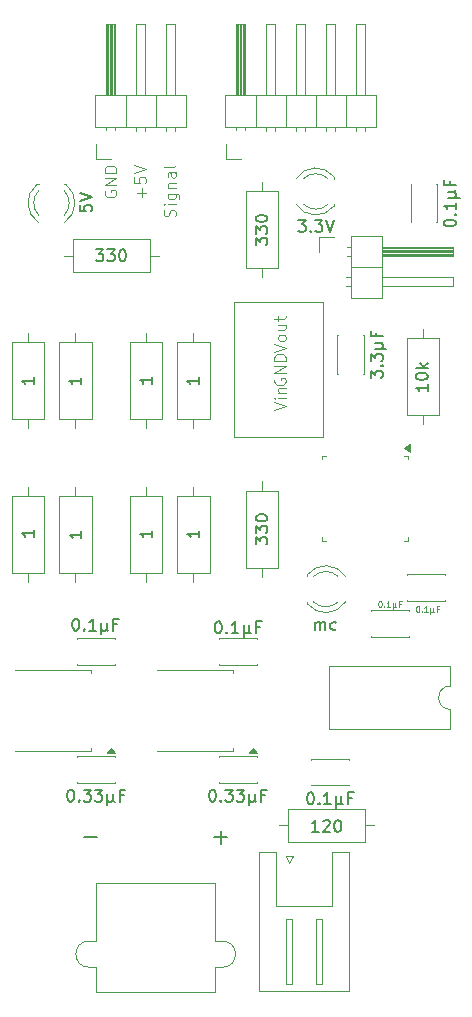
<source format=gbr>
%TF.GenerationSoftware,KiCad,Pcbnew,8.0.9-8.0.9-0~ubuntu24.04.1*%
%TF.CreationDate,2025-04-02T15:18:25+09:00*%
%TF.ProjectId,ServoDriver,53657276-6f44-4726-9976-65722e6b6963,rev?*%
%TF.SameCoordinates,Original*%
%TF.FileFunction,Legend,Top*%
%TF.FilePolarity,Positive*%
%FSLAX46Y46*%
G04 Gerber Fmt 4.6, Leading zero omitted, Abs format (unit mm)*
G04 Created by KiCad (PCBNEW 8.0.9-8.0.9-0~ubuntu24.04.1) date 2025-04-02 15:18:25*
%MOMM*%
%LPD*%
G01*
G04 APERTURE LIST*
%ADD10C,0.100000*%
%ADD11C,0.150000*%
%ADD12C,0.125000*%
%ADD13C,0.120000*%
G04 APERTURE END LIST*
D10*
X110434800Y-93153734D02*
X110482419Y-93010877D01*
X110482419Y-93010877D02*
X110482419Y-92772782D01*
X110482419Y-92772782D02*
X110434800Y-92677544D01*
X110434800Y-92677544D02*
X110387180Y-92629925D01*
X110387180Y-92629925D02*
X110291942Y-92582306D01*
X110291942Y-92582306D02*
X110196704Y-92582306D01*
X110196704Y-92582306D02*
X110101466Y-92629925D01*
X110101466Y-92629925D02*
X110053847Y-92677544D01*
X110053847Y-92677544D02*
X110006228Y-92772782D01*
X110006228Y-92772782D02*
X109958609Y-92963258D01*
X109958609Y-92963258D02*
X109910990Y-93058496D01*
X109910990Y-93058496D02*
X109863371Y-93106115D01*
X109863371Y-93106115D02*
X109768133Y-93153734D01*
X109768133Y-93153734D02*
X109672895Y-93153734D01*
X109672895Y-93153734D02*
X109577657Y-93106115D01*
X109577657Y-93106115D02*
X109530038Y-93058496D01*
X109530038Y-93058496D02*
X109482419Y-92963258D01*
X109482419Y-92963258D02*
X109482419Y-92725163D01*
X109482419Y-92725163D02*
X109530038Y-92582306D01*
X110482419Y-92153734D02*
X109815752Y-92153734D01*
X109482419Y-92153734D02*
X109530038Y-92201353D01*
X109530038Y-92201353D02*
X109577657Y-92153734D01*
X109577657Y-92153734D02*
X109530038Y-92106115D01*
X109530038Y-92106115D02*
X109482419Y-92153734D01*
X109482419Y-92153734D02*
X109577657Y-92153734D01*
X109815752Y-91248973D02*
X110625276Y-91248973D01*
X110625276Y-91248973D02*
X110720514Y-91296592D01*
X110720514Y-91296592D02*
X110768133Y-91344211D01*
X110768133Y-91344211D02*
X110815752Y-91439449D01*
X110815752Y-91439449D02*
X110815752Y-91582306D01*
X110815752Y-91582306D02*
X110768133Y-91677544D01*
X110434800Y-91248973D02*
X110482419Y-91344211D01*
X110482419Y-91344211D02*
X110482419Y-91534687D01*
X110482419Y-91534687D02*
X110434800Y-91629925D01*
X110434800Y-91629925D02*
X110387180Y-91677544D01*
X110387180Y-91677544D02*
X110291942Y-91725163D01*
X110291942Y-91725163D02*
X110006228Y-91725163D01*
X110006228Y-91725163D02*
X109910990Y-91677544D01*
X109910990Y-91677544D02*
X109863371Y-91629925D01*
X109863371Y-91629925D02*
X109815752Y-91534687D01*
X109815752Y-91534687D02*
X109815752Y-91344211D01*
X109815752Y-91344211D02*
X109863371Y-91248973D01*
X109815752Y-90772782D02*
X110482419Y-90772782D01*
X109910990Y-90772782D02*
X109863371Y-90725163D01*
X109863371Y-90725163D02*
X109815752Y-90629925D01*
X109815752Y-90629925D02*
X109815752Y-90487068D01*
X109815752Y-90487068D02*
X109863371Y-90391830D01*
X109863371Y-90391830D02*
X109958609Y-90344211D01*
X109958609Y-90344211D02*
X110482419Y-90344211D01*
X110482419Y-89439449D02*
X109958609Y-89439449D01*
X109958609Y-89439449D02*
X109863371Y-89487068D01*
X109863371Y-89487068D02*
X109815752Y-89582306D01*
X109815752Y-89582306D02*
X109815752Y-89772782D01*
X109815752Y-89772782D02*
X109863371Y-89868020D01*
X110434800Y-89439449D02*
X110482419Y-89534687D01*
X110482419Y-89534687D02*
X110482419Y-89772782D01*
X110482419Y-89772782D02*
X110434800Y-89868020D01*
X110434800Y-89868020D02*
X110339561Y-89915639D01*
X110339561Y-89915639D02*
X110244323Y-89915639D01*
X110244323Y-89915639D02*
X110149085Y-89868020D01*
X110149085Y-89868020D02*
X110101466Y-89772782D01*
X110101466Y-89772782D02*
X110101466Y-89534687D01*
X110101466Y-89534687D02*
X110053847Y-89439449D01*
X110482419Y-88820401D02*
X110434800Y-88915639D01*
X110434800Y-88915639D02*
X110339561Y-88963258D01*
X110339561Y-88963258D02*
X109482419Y-88963258D01*
X107601466Y-91556115D02*
X107601466Y-90794211D01*
X107982419Y-91175163D02*
X107220514Y-91175163D01*
X106982419Y-89841830D02*
X106982419Y-90318020D01*
X106982419Y-90318020D02*
X107458609Y-90365639D01*
X107458609Y-90365639D02*
X107410990Y-90318020D01*
X107410990Y-90318020D02*
X107363371Y-90222782D01*
X107363371Y-90222782D02*
X107363371Y-89984687D01*
X107363371Y-89984687D02*
X107410990Y-89889449D01*
X107410990Y-89889449D02*
X107458609Y-89841830D01*
X107458609Y-89841830D02*
X107553847Y-89794211D01*
X107553847Y-89794211D02*
X107791942Y-89794211D01*
X107791942Y-89794211D02*
X107887180Y-89841830D01*
X107887180Y-89841830D02*
X107934800Y-89889449D01*
X107934800Y-89889449D02*
X107982419Y-89984687D01*
X107982419Y-89984687D02*
X107982419Y-90222782D01*
X107982419Y-90222782D02*
X107934800Y-90318020D01*
X107934800Y-90318020D02*
X107887180Y-90365639D01*
X106982419Y-89508496D02*
X107982419Y-89175163D01*
X107982419Y-89175163D02*
X106982419Y-88841830D01*
X104520038Y-90982306D02*
X104472419Y-91077544D01*
X104472419Y-91077544D02*
X104472419Y-91220401D01*
X104472419Y-91220401D02*
X104520038Y-91363258D01*
X104520038Y-91363258D02*
X104615276Y-91458496D01*
X104615276Y-91458496D02*
X104710514Y-91506115D01*
X104710514Y-91506115D02*
X104900990Y-91553734D01*
X104900990Y-91553734D02*
X105043847Y-91553734D01*
X105043847Y-91553734D02*
X105234323Y-91506115D01*
X105234323Y-91506115D02*
X105329561Y-91458496D01*
X105329561Y-91458496D02*
X105424800Y-91363258D01*
X105424800Y-91363258D02*
X105472419Y-91220401D01*
X105472419Y-91220401D02*
X105472419Y-91125163D01*
X105472419Y-91125163D02*
X105424800Y-90982306D01*
X105424800Y-90982306D02*
X105377180Y-90934687D01*
X105377180Y-90934687D02*
X105043847Y-90934687D01*
X105043847Y-90934687D02*
X105043847Y-91125163D01*
X105472419Y-90506115D02*
X104472419Y-90506115D01*
X104472419Y-90506115D02*
X105472419Y-89934687D01*
X105472419Y-89934687D02*
X104472419Y-89934687D01*
X105472419Y-89458496D02*
X104472419Y-89458496D01*
X104472419Y-89458496D02*
X104472419Y-89220401D01*
X104472419Y-89220401D02*
X104520038Y-89077544D01*
X104520038Y-89077544D02*
X104615276Y-88982306D01*
X104615276Y-88982306D02*
X104710514Y-88934687D01*
X104710514Y-88934687D02*
X104900990Y-88887068D01*
X104900990Y-88887068D02*
X105043847Y-88887068D01*
X105043847Y-88887068D02*
X105234323Y-88934687D01*
X105234323Y-88934687D02*
X105329561Y-88982306D01*
X105329561Y-88982306D02*
X105424800Y-89077544D01*
X105424800Y-89077544D02*
X105472419Y-89220401D01*
X105472419Y-89220401D02*
X105472419Y-89458496D01*
D11*
X101985714Y-127224819D02*
X102080952Y-127224819D01*
X102080952Y-127224819D02*
X102176190Y-127272438D01*
X102176190Y-127272438D02*
X102223809Y-127320057D01*
X102223809Y-127320057D02*
X102271428Y-127415295D01*
X102271428Y-127415295D02*
X102319047Y-127605771D01*
X102319047Y-127605771D02*
X102319047Y-127843866D01*
X102319047Y-127843866D02*
X102271428Y-128034342D01*
X102271428Y-128034342D02*
X102223809Y-128129580D01*
X102223809Y-128129580D02*
X102176190Y-128177200D01*
X102176190Y-128177200D02*
X102080952Y-128224819D01*
X102080952Y-128224819D02*
X101985714Y-128224819D01*
X101985714Y-128224819D02*
X101890476Y-128177200D01*
X101890476Y-128177200D02*
X101842857Y-128129580D01*
X101842857Y-128129580D02*
X101795238Y-128034342D01*
X101795238Y-128034342D02*
X101747619Y-127843866D01*
X101747619Y-127843866D02*
X101747619Y-127605771D01*
X101747619Y-127605771D02*
X101795238Y-127415295D01*
X101795238Y-127415295D02*
X101842857Y-127320057D01*
X101842857Y-127320057D02*
X101890476Y-127272438D01*
X101890476Y-127272438D02*
X101985714Y-127224819D01*
X102747619Y-128129580D02*
X102795238Y-128177200D01*
X102795238Y-128177200D02*
X102747619Y-128224819D01*
X102747619Y-128224819D02*
X102700000Y-128177200D01*
X102700000Y-128177200D02*
X102747619Y-128129580D01*
X102747619Y-128129580D02*
X102747619Y-128224819D01*
X103747618Y-128224819D02*
X103176190Y-128224819D01*
X103461904Y-128224819D02*
X103461904Y-127224819D01*
X103461904Y-127224819D02*
X103366666Y-127367676D01*
X103366666Y-127367676D02*
X103271428Y-127462914D01*
X103271428Y-127462914D02*
X103176190Y-127510533D01*
X104176190Y-127558152D02*
X104176190Y-128558152D01*
X104652380Y-128081961D02*
X104699999Y-128177200D01*
X104699999Y-128177200D02*
X104795237Y-128224819D01*
X104176190Y-128081961D02*
X104223809Y-128177200D01*
X104223809Y-128177200D02*
X104319047Y-128224819D01*
X104319047Y-128224819D02*
X104509523Y-128224819D01*
X104509523Y-128224819D02*
X104604761Y-128177200D01*
X104604761Y-128177200D02*
X104652380Y-128081961D01*
X104652380Y-128081961D02*
X104652380Y-127558152D01*
X105557142Y-127701009D02*
X105223809Y-127701009D01*
X105223809Y-128224819D02*
X105223809Y-127224819D01*
X105223809Y-127224819D02*
X105699999Y-127224819D01*
X98484819Y-119724285D02*
X98484819Y-120295713D01*
X98484819Y-120009999D02*
X97484819Y-120009999D01*
X97484819Y-120009999D02*
X97627676Y-120105237D01*
X97627676Y-120105237D02*
X97722914Y-120200475D01*
X97722914Y-120200475D02*
X97770533Y-120295713D01*
X113559524Y-141704819D02*
X113654762Y-141704819D01*
X113654762Y-141704819D02*
X113750000Y-141752438D01*
X113750000Y-141752438D02*
X113797619Y-141800057D01*
X113797619Y-141800057D02*
X113845238Y-141895295D01*
X113845238Y-141895295D02*
X113892857Y-142085771D01*
X113892857Y-142085771D02*
X113892857Y-142323866D01*
X113892857Y-142323866D02*
X113845238Y-142514342D01*
X113845238Y-142514342D02*
X113797619Y-142609580D01*
X113797619Y-142609580D02*
X113750000Y-142657200D01*
X113750000Y-142657200D02*
X113654762Y-142704819D01*
X113654762Y-142704819D02*
X113559524Y-142704819D01*
X113559524Y-142704819D02*
X113464286Y-142657200D01*
X113464286Y-142657200D02*
X113416667Y-142609580D01*
X113416667Y-142609580D02*
X113369048Y-142514342D01*
X113369048Y-142514342D02*
X113321429Y-142323866D01*
X113321429Y-142323866D02*
X113321429Y-142085771D01*
X113321429Y-142085771D02*
X113369048Y-141895295D01*
X113369048Y-141895295D02*
X113416667Y-141800057D01*
X113416667Y-141800057D02*
X113464286Y-141752438D01*
X113464286Y-141752438D02*
X113559524Y-141704819D01*
X114321429Y-142609580D02*
X114369048Y-142657200D01*
X114369048Y-142657200D02*
X114321429Y-142704819D01*
X114321429Y-142704819D02*
X114273810Y-142657200D01*
X114273810Y-142657200D02*
X114321429Y-142609580D01*
X114321429Y-142609580D02*
X114321429Y-142704819D01*
X114702381Y-141704819D02*
X115321428Y-141704819D01*
X115321428Y-141704819D02*
X114988095Y-142085771D01*
X114988095Y-142085771D02*
X115130952Y-142085771D01*
X115130952Y-142085771D02*
X115226190Y-142133390D01*
X115226190Y-142133390D02*
X115273809Y-142181009D01*
X115273809Y-142181009D02*
X115321428Y-142276247D01*
X115321428Y-142276247D02*
X115321428Y-142514342D01*
X115321428Y-142514342D02*
X115273809Y-142609580D01*
X115273809Y-142609580D02*
X115226190Y-142657200D01*
X115226190Y-142657200D02*
X115130952Y-142704819D01*
X115130952Y-142704819D02*
X114845238Y-142704819D01*
X114845238Y-142704819D02*
X114750000Y-142657200D01*
X114750000Y-142657200D02*
X114702381Y-142609580D01*
X115654762Y-141704819D02*
X116273809Y-141704819D01*
X116273809Y-141704819D02*
X115940476Y-142085771D01*
X115940476Y-142085771D02*
X116083333Y-142085771D01*
X116083333Y-142085771D02*
X116178571Y-142133390D01*
X116178571Y-142133390D02*
X116226190Y-142181009D01*
X116226190Y-142181009D02*
X116273809Y-142276247D01*
X116273809Y-142276247D02*
X116273809Y-142514342D01*
X116273809Y-142514342D02*
X116226190Y-142609580D01*
X116226190Y-142609580D02*
X116178571Y-142657200D01*
X116178571Y-142657200D02*
X116083333Y-142704819D01*
X116083333Y-142704819D02*
X115797619Y-142704819D01*
X115797619Y-142704819D02*
X115702381Y-142657200D01*
X115702381Y-142657200D02*
X115654762Y-142609580D01*
X116702381Y-142038152D02*
X116702381Y-143038152D01*
X117178571Y-142561961D02*
X117226190Y-142657200D01*
X117226190Y-142657200D02*
X117321428Y-142704819D01*
X116702381Y-142561961D02*
X116750000Y-142657200D01*
X116750000Y-142657200D02*
X116845238Y-142704819D01*
X116845238Y-142704819D02*
X117035714Y-142704819D01*
X117035714Y-142704819D02*
X117130952Y-142657200D01*
X117130952Y-142657200D02*
X117178571Y-142561961D01*
X117178571Y-142561961D02*
X117178571Y-142038152D01*
X118083333Y-142181009D02*
X117750000Y-142181009D01*
X117750000Y-142704819D02*
X117750000Y-141704819D01*
X117750000Y-141704819D02*
X118226190Y-141704819D01*
X114045714Y-127454819D02*
X114140952Y-127454819D01*
X114140952Y-127454819D02*
X114236190Y-127502438D01*
X114236190Y-127502438D02*
X114283809Y-127550057D01*
X114283809Y-127550057D02*
X114331428Y-127645295D01*
X114331428Y-127645295D02*
X114379047Y-127835771D01*
X114379047Y-127835771D02*
X114379047Y-128073866D01*
X114379047Y-128073866D02*
X114331428Y-128264342D01*
X114331428Y-128264342D02*
X114283809Y-128359580D01*
X114283809Y-128359580D02*
X114236190Y-128407200D01*
X114236190Y-128407200D02*
X114140952Y-128454819D01*
X114140952Y-128454819D02*
X114045714Y-128454819D01*
X114045714Y-128454819D02*
X113950476Y-128407200D01*
X113950476Y-128407200D02*
X113902857Y-128359580D01*
X113902857Y-128359580D02*
X113855238Y-128264342D01*
X113855238Y-128264342D02*
X113807619Y-128073866D01*
X113807619Y-128073866D02*
X113807619Y-127835771D01*
X113807619Y-127835771D02*
X113855238Y-127645295D01*
X113855238Y-127645295D02*
X113902857Y-127550057D01*
X113902857Y-127550057D02*
X113950476Y-127502438D01*
X113950476Y-127502438D02*
X114045714Y-127454819D01*
X114807619Y-128359580D02*
X114855238Y-128407200D01*
X114855238Y-128407200D02*
X114807619Y-128454819D01*
X114807619Y-128454819D02*
X114760000Y-128407200D01*
X114760000Y-128407200D02*
X114807619Y-128359580D01*
X114807619Y-128359580D02*
X114807619Y-128454819D01*
X115807618Y-128454819D02*
X115236190Y-128454819D01*
X115521904Y-128454819D02*
X115521904Y-127454819D01*
X115521904Y-127454819D02*
X115426666Y-127597676D01*
X115426666Y-127597676D02*
X115331428Y-127692914D01*
X115331428Y-127692914D02*
X115236190Y-127740533D01*
X116236190Y-127788152D02*
X116236190Y-128788152D01*
X116712380Y-128311961D02*
X116759999Y-128407200D01*
X116759999Y-128407200D02*
X116855237Y-128454819D01*
X116236190Y-128311961D02*
X116283809Y-128407200D01*
X116283809Y-128407200D02*
X116379047Y-128454819D01*
X116379047Y-128454819D02*
X116569523Y-128454819D01*
X116569523Y-128454819D02*
X116664761Y-128407200D01*
X116664761Y-128407200D02*
X116712380Y-128311961D01*
X116712380Y-128311961D02*
X116712380Y-127788152D01*
X117617142Y-127931009D02*
X117283809Y-127931009D01*
X117283809Y-128454819D02*
X117283809Y-127454819D01*
X117283809Y-127454819D02*
X117759999Y-127454819D01*
D12*
X127762857Y-125734809D02*
X127810476Y-125734809D01*
X127810476Y-125734809D02*
X127858095Y-125758619D01*
X127858095Y-125758619D02*
X127881905Y-125782428D01*
X127881905Y-125782428D02*
X127905714Y-125830047D01*
X127905714Y-125830047D02*
X127929524Y-125925285D01*
X127929524Y-125925285D02*
X127929524Y-126044333D01*
X127929524Y-126044333D02*
X127905714Y-126139571D01*
X127905714Y-126139571D02*
X127881905Y-126187190D01*
X127881905Y-126187190D02*
X127858095Y-126211000D01*
X127858095Y-126211000D02*
X127810476Y-126234809D01*
X127810476Y-126234809D02*
X127762857Y-126234809D01*
X127762857Y-126234809D02*
X127715238Y-126211000D01*
X127715238Y-126211000D02*
X127691429Y-126187190D01*
X127691429Y-126187190D02*
X127667619Y-126139571D01*
X127667619Y-126139571D02*
X127643810Y-126044333D01*
X127643810Y-126044333D02*
X127643810Y-125925285D01*
X127643810Y-125925285D02*
X127667619Y-125830047D01*
X127667619Y-125830047D02*
X127691429Y-125782428D01*
X127691429Y-125782428D02*
X127715238Y-125758619D01*
X127715238Y-125758619D02*
X127762857Y-125734809D01*
X128143809Y-126187190D02*
X128167619Y-126211000D01*
X128167619Y-126211000D02*
X128143809Y-126234809D01*
X128143809Y-126234809D02*
X128120000Y-126211000D01*
X128120000Y-126211000D02*
X128143809Y-126187190D01*
X128143809Y-126187190D02*
X128143809Y-126234809D01*
X128643809Y-126234809D02*
X128358095Y-126234809D01*
X128500952Y-126234809D02*
X128500952Y-125734809D01*
X128500952Y-125734809D02*
X128453333Y-125806238D01*
X128453333Y-125806238D02*
X128405714Y-125853857D01*
X128405714Y-125853857D02*
X128358095Y-125877666D01*
X128858094Y-125901476D02*
X128858094Y-126401476D01*
X129096189Y-126163380D02*
X129119999Y-126211000D01*
X129119999Y-126211000D02*
X129167618Y-126234809D01*
X128858094Y-126163380D02*
X128881904Y-126211000D01*
X128881904Y-126211000D02*
X128929523Y-126234809D01*
X128929523Y-126234809D02*
X129024761Y-126234809D01*
X129024761Y-126234809D02*
X129072380Y-126211000D01*
X129072380Y-126211000D02*
X129096189Y-126163380D01*
X129096189Y-126163380D02*
X129096189Y-125901476D01*
X129548571Y-125972904D02*
X129381904Y-125972904D01*
X129381904Y-126234809D02*
X129381904Y-125734809D01*
X129381904Y-125734809D02*
X129619999Y-125734809D01*
D11*
X103744286Y-95954819D02*
X104363333Y-95954819D01*
X104363333Y-95954819D02*
X104030000Y-96335771D01*
X104030000Y-96335771D02*
X104172857Y-96335771D01*
X104172857Y-96335771D02*
X104268095Y-96383390D01*
X104268095Y-96383390D02*
X104315714Y-96431009D01*
X104315714Y-96431009D02*
X104363333Y-96526247D01*
X104363333Y-96526247D02*
X104363333Y-96764342D01*
X104363333Y-96764342D02*
X104315714Y-96859580D01*
X104315714Y-96859580D02*
X104268095Y-96907200D01*
X104268095Y-96907200D02*
X104172857Y-96954819D01*
X104172857Y-96954819D02*
X103887143Y-96954819D01*
X103887143Y-96954819D02*
X103791905Y-96907200D01*
X103791905Y-96907200D02*
X103744286Y-96859580D01*
X104696667Y-95954819D02*
X105315714Y-95954819D01*
X105315714Y-95954819D02*
X104982381Y-96335771D01*
X104982381Y-96335771D02*
X105125238Y-96335771D01*
X105125238Y-96335771D02*
X105220476Y-96383390D01*
X105220476Y-96383390D02*
X105268095Y-96431009D01*
X105268095Y-96431009D02*
X105315714Y-96526247D01*
X105315714Y-96526247D02*
X105315714Y-96764342D01*
X105315714Y-96764342D02*
X105268095Y-96859580D01*
X105268095Y-96859580D02*
X105220476Y-96907200D01*
X105220476Y-96907200D02*
X105125238Y-96954819D01*
X105125238Y-96954819D02*
X104839524Y-96954819D01*
X104839524Y-96954819D02*
X104744286Y-96907200D01*
X104744286Y-96907200D02*
X104696667Y-96859580D01*
X105934762Y-95954819D02*
X106030000Y-95954819D01*
X106030000Y-95954819D02*
X106125238Y-96002438D01*
X106125238Y-96002438D02*
X106172857Y-96050057D01*
X106172857Y-96050057D02*
X106220476Y-96145295D01*
X106220476Y-96145295D02*
X106268095Y-96335771D01*
X106268095Y-96335771D02*
X106268095Y-96573866D01*
X106268095Y-96573866D02*
X106220476Y-96764342D01*
X106220476Y-96764342D02*
X106172857Y-96859580D01*
X106172857Y-96859580D02*
X106125238Y-96907200D01*
X106125238Y-96907200D02*
X106030000Y-96954819D01*
X106030000Y-96954819D02*
X105934762Y-96954819D01*
X105934762Y-96954819D02*
X105839524Y-96907200D01*
X105839524Y-96907200D02*
X105791905Y-96859580D01*
X105791905Y-96859580D02*
X105744286Y-96764342D01*
X105744286Y-96764342D02*
X105696667Y-96573866D01*
X105696667Y-96573866D02*
X105696667Y-96335771D01*
X105696667Y-96335771D02*
X105744286Y-96145295D01*
X105744286Y-96145295D02*
X105791905Y-96050057D01*
X105791905Y-96050057D02*
X105839524Y-96002438D01*
X105839524Y-96002438D02*
X105934762Y-95954819D01*
X108464819Y-119764285D02*
X108464819Y-120335713D01*
X108464819Y-120049999D02*
X107464819Y-120049999D01*
X107464819Y-120049999D02*
X107607676Y-120145237D01*
X107607676Y-120145237D02*
X107702914Y-120240475D01*
X107702914Y-120240475D02*
X107750533Y-120335713D01*
X102504819Y-119834285D02*
X102504819Y-120405713D01*
X102504819Y-120119999D02*
X101504819Y-120119999D01*
X101504819Y-120119999D02*
X101647676Y-120215237D01*
X101647676Y-120215237D02*
X101742914Y-120310475D01*
X101742914Y-120310475D02*
X101790533Y-120405713D01*
X131824819Y-107365238D02*
X131824819Y-107936666D01*
X131824819Y-107650952D02*
X130824819Y-107650952D01*
X130824819Y-107650952D02*
X130967676Y-107746190D01*
X130967676Y-107746190D02*
X131062914Y-107841428D01*
X131062914Y-107841428D02*
X131110533Y-107936666D01*
X130824819Y-106746190D02*
X130824819Y-106650952D01*
X130824819Y-106650952D02*
X130872438Y-106555714D01*
X130872438Y-106555714D02*
X130920057Y-106508095D01*
X130920057Y-106508095D02*
X131015295Y-106460476D01*
X131015295Y-106460476D02*
X131205771Y-106412857D01*
X131205771Y-106412857D02*
X131443866Y-106412857D01*
X131443866Y-106412857D02*
X131634342Y-106460476D01*
X131634342Y-106460476D02*
X131729580Y-106508095D01*
X131729580Y-106508095D02*
X131777200Y-106555714D01*
X131777200Y-106555714D02*
X131824819Y-106650952D01*
X131824819Y-106650952D02*
X131824819Y-106746190D01*
X131824819Y-106746190D02*
X131777200Y-106841428D01*
X131777200Y-106841428D02*
X131729580Y-106889047D01*
X131729580Y-106889047D02*
X131634342Y-106936666D01*
X131634342Y-106936666D02*
X131443866Y-106984285D01*
X131443866Y-106984285D02*
X131205771Y-106984285D01*
X131205771Y-106984285D02*
X131015295Y-106936666D01*
X131015295Y-106936666D02*
X130920057Y-106889047D01*
X130920057Y-106889047D02*
X130872438Y-106841428D01*
X130872438Y-106841428D02*
X130824819Y-106746190D01*
X131824819Y-105984285D02*
X130824819Y-105984285D01*
X131443866Y-105889047D02*
X131824819Y-105603333D01*
X131158152Y-105603333D02*
X131539104Y-105984285D01*
X133204819Y-93764285D02*
X133204819Y-93669047D01*
X133204819Y-93669047D02*
X133252438Y-93573809D01*
X133252438Y-93573809D02*
X133300057Y-93526190D01*
X133300057Y-93526190D02*
X133395295Y-93478571D01*
X133395295Y-93478571D02*
X133585771Y-93430952D01*
X133585771Y-93430952D02*
X133823866Y-93430952D01*
X133823866Y-93430952D02*
X134014342Y-93478571D01*
X134014342Y-93478571D02*
X134109580Y-93526190D01*
X134109580Y-93526190D02*
X134157200Y-93573809D01*
X134157200Y-93573809D02*
X134204819Y-93669047D01*
X134204819Y-93669047D02*
X134204819Y-93764285D01*
X134204819Y-93764285D02*
X134157200Y-93859523D01*
X134157200Y-93859523D02*
X134109580Y-93907142D01*
X134109580Y-93907142D02*
X134014342Y-93954761D01*
X134014342Y-93954761D02*
X133823866Y-94002380D01*
X133823866Y-94002380D02*
X133585771Y-94002380D01*
X133585771Y-94002380D02*
X133395295Y-93954761D01*
X133395295Y-93954761D02*
X133300057Y-93907142D01*
X133300057Y-93907142D02*
X133252438Y-93859523D01*
X133252438Y-93859523D02*
X133204819Y-93764285D01*
X134109580Y-93002380D02*
X134157200Y-92954761D01*
X134157200Y-92954761D02*
X134204819Y-93002380D01*
X134204819Y-93002380D02*
X134157200Y-93049999D01*
X134157200Y-93049999D02*
X134109580Y-93002380D01*
X134109580Y-93002380D02*
X134204819Y-93002380D01*
X134204819Y-92002381D02*
X134204819Y-92573809D01*
X134204819Y-92288095D02*
X133204819Y-92288095D01*
X133204819Y-92288095D02*
X133347676Y-92383333D01*
X133347676Y-92383333D02*
X133442914Y-92478571D01*
X133442914Y-92478571D02*
X133490533Y-92573809D01*
X133538152Y-91573809D02*
X134538152Y-91573809D01*
X134061961Y-91097619D02*
X134157200Y-91050000D01*
X134157200Y-91050000D02*
X134204819Y-90954762D01*
X134061961Y-91573809D02*
X134157200Y-91526190D01*
X134157200Y-91526190D02*
X134204819Y-91430952D01*
X134204819Y-91430952D02*
X134204819Y-91240476D01*
X134204819Y-91240476D02*
X134157200Y-91145238D01*
X134157200Y-91145238D02*
X134061961Y-91097619D01*
X134061961Y-91097619D02*
X133538152Y-91097619D01*
X133681009Y-90192857D02*
X133681009Y-90526190D01*
X134204819Y-90526190D02*
X133204819Y-90526190D01*
X133204819Y-90526190D02*
X133204819Y-90050000D01*
X108474819Y-106744285D02*
X108474819Y-107315713D01*
X108474819Y-107029999D02*
X107474819Y-107029999D01*
X107474819Y-107029999D02*
X107617676Y-107125237D01*
X107617676Y-107125237D02*
X107712914Y-107220475D01*
X107712914Y-107220475D02*
X107760533Y-107315713D01*
X112484819Y-119764285D02*
X112484819Y-120335713D01*
X112484819Y-120049999D02*
X111484819Y-120049999D01*
X111484819Y-120049999D02*
X111627676Y-120145237D01*
X111627676Y-120145237D02*
X111722914Y-120240475D01*
X111722914Y-120240475D02*
X111770533Y-120335713D01*
D10*
X118870038Y-106897306D02*
X118822419Y-106992544D01*
X118822419Y-106992544D02*
X118822419Y-107135401D01*
X118822419Y-107135401D02*
X118870038Y-107278258D01*
X118870038Y-107278258D02*
X118965276Y-107373496D01*
X118965276Y-107373496D02*
X119060514Y-107421115D01*
X119060514Y-107421115D02*
X119250990Y-107468734D01*
X119250990Y-107468734D02*
X119393847Y-107468734D01*
X119393847Y-107468734D02*
X119584323Y-107421115D01*
X119584323Y-107421115D02*
X119679561Y-107373496D01*
X119679561Y-107373496D02*
X119774800Y-107278258D01*
X119774800Y-107278258D02*
X119822419Y-107135401D01*
X119822419Y-107135401D02*
X119822419Y-107040163D01*
X119822419Y-107040163D02*
X119774800Y-106897306D01*
X119774800Y-106897306D02*
X119727180Y-106849687D01*
X119727180Y-106849687D02*
X119393847Y-106849687D01*
X119393847Y-106849687D02*
X119393847Y-107040163D01*
X119822419Y-106421115D02*
X118822419Y-106421115D01*
X118822419Y-106421115D02*
X119822419Y-105849687D01*
X119822419Y-105849687D02*
X118822419Y-105849687D01*
X119822419Y-105373496D02*
X118822419Y-105373496D01*
X118822419Y-105373496D02*
X118822419Y-105135401D01*
X118822419Y-105135401D02*
X118870038Y-104992544D01*
X118870038Y-104992544D02*
X118965276Y-104897306D01*
X118965276Y-104897306D02*
X119060514Y-104849687D01*
X119060514Y-104849687D02*
X119250990Y-104802068D01*
X119250990Y-104802068D02*
X119393847Y-104802068D01*
X119393847Y-104802068D02*
X119584323Y-104849687D01*
X119584323Y-104849687D02*
X119679561Y-104897306D01*
X119679561Y-104897306D02*
X119774800Y-104992544D01*
X119774800Y-104992544D02*
X119822419Y-105135401D01*
X119822419Y-105135401D02*
X119822419Y-105373496D01*
X118822419Y-109563972D02*
X119822419Y-109230639D01*
X119822419Y-109230639D02*
X118822419Y-108897306D01*
X119822419Y-108563972D02*
X119155752Y-108563972D01*
X118822419Y-108563972D02*
X118870038Y-108611591D01*
X118870038Y-108611591D02*
X118917657Y-108563972D01*
X118917657Y-108563972D02*
X118870038Y-108516353D01*
X118870038Y-108516353D02*
X118822419Y-108563972D01*
X118822419Y-108563972D02*
X118917657Y-108563972D01*
X119155752Y-108087782D02*
X119822419Y-108087782D01*
X119250990Y-108087782D02*
X119203371Y-108040163D01*
X119203371Y-108040163D02*
X119155752Y-107944925D01*
X119155752Y-107944925D02*
X119155752Y-107802068D01*
X119155752Y-107802068D02*
X119203371Y-107706830D01*
X119203371Y-107706830D02*
X119298609Y-107659211D01*
X119298609Y-107659211D02*
X119822419Y-107659211D01*
X118822419Y-104663972D02*
X119822419Y-104330639D01*
X119822419Y-104330639D02*
X118822419Y-103997306D01*
X119822419Y-103521115D02*
X119774800Y-103616353D01*
X119774800Y-103616353D02*
X119727180Y-103663972D01*
X119727180Y-103663972D02*
X119631942Y-103711591D01*
X119631942Y-103711591D02*
X119346228Y-103711591D01*
X119346228Y-103711591D02*
X119250990Y-103663972D01*
X119250990Y-103663972D02*
X119203371Y-103616353D01*
X119203371Y-103616353D02*
X119155752Y-103521115D01*
X119155752Y-103521115D02*
X119155752Y-103378258D01*
X119155752Y-103378258D02*
X119203371Y-103283020D01*
X119203371Y-103283020D02*
X119250990Y-103235401D01*
X119250990Y-103235401D02*
X119346228Y-103187782D01*
X119346228Y-103187782D02*
X119631942Y-103187782D01*
X119631942Y-103187782D02*
X119727180Y-103235401D01*
X119727180Y-103235401D02*
X119774800Y-103283020D01*
X119774800Y-103283020D02*
X119822419Y-103378258D01*
X119822419Y-103378258D02*
X119822419Y-103521115D01*
X119155752Y-102330639D02*
X119822419Y-102330639D01*
X119155752Y-102759210D02*
X119679561Y-102759210D01*
X119679561Y-102759210D02*
X119774800Y-102711591D01*
X119774800Y-102711591D02*
X119822419Y-102616353D01*
X119822419Y-102616353D02*
X119822419Y-102473496D01*
X119822419Y-102473496D02*
X119774800Y-102378258D01*
X119774800Y-102378258D02*
X119727180Y-102330639D01*
X119155752Y-101997305D02*
X119155752Y-101616353D01*
X118822419Y-101854448D02*
X119679561Y-101854448D01*
X119679561Y-101854448D02*
X119774800Y-101806829D01*
X119774800Y-101806829D02*
X119822419Y-101711591D01*
X119822419Y-101711591D02*
X119822419Y-101616353D01*
D11*
X122593333Y-145274819D02*
X122021905Y-145274819D01*
X122307619Y-145274819D02*
X122307619Y-144274819D01*
X122307619Y-144274819D02*
X122212381Y-144417676D01*
X122212381Y-144417676D02*
X122117143Y-144512914D01*
X122117143Y-144512914D02*
X122021905Y-144560533D01*
X122974286Y-144370057D02*
X123021905Y-144322438D01*
X123021905Y-144322438D02*
X123117143Y-144274819D01*
X123117143Y-144274819D02*
X123355238Y-144274819D01*
X123355238Y-144274819D02*
X123450476Y-144322438D01*
X123450476Y-144322438D02*
X123498095Y-144370057D01*
X123498095Y-144370057D02*
X123545714Y-144465295D01*
X123545714Y-144465295D02*
X123545714Y-144560533D01*
X123545714Y-144560533D02*
X123498095Y-144703390D01*
X123498095Y-144703390D02*
X122926667Y-145274819D01*
X122926667Y-145274819D02*
X123545714Y-145274819D01*
X124164762Y-144274819D02*
X124260000Y-144274819D01*
X124260000Y-144274819D02*
X124355238Y-144322438D01*
X124355238Y-144322438D02*
X124402857Y-144370057D01*
X124402857Y-144370057D02*
X124450476Y-144465295D01*
X124450476Y-144465295D02*
X124498095Y-144655771D01*
X124498095Y-144655771D02*
X124498095Y-144893866D01*
X124498095Y-144893866D02*
X124450476Y-145084342D01*
X124450476Y-145084342D02*
X124402857Y-145179580D01*
X124402857Y-145179580D02*
X124355238Y-145227200D01*
X124355238Y-145227200D02*
X124260000Y-145274819D01*
X124260000Y-145274819D02*
X124164762Y-145274819D01*
X124164762Y-145274819D02*
X124069524Y-145227200D01*
X124069524Y-145227200D02*
X124021905Y-145179580D01*
X124021905Y-145179580D02*
X123974286Y-145084342D01*
X123974286Y-145084342D02*
X123926667Y-144893866D01*
X123926667Y-144893866D02*
X123926667Y-144655771D01*
X123926667Y-144655771D02*
X123974286Y-144465295D01*
X123974286Y-144465295D02*
X124021905Y-144370057D01*
X124021905Y-144370057D02*
X124069524Y-144322438D01*
X124069524Y-144322438D02*
X124164762Y-144274819D01*
X117254819Y-95575713D02*
X117254819Y-94956666D01*
X117254819Y-94956666D02*
X117635771Y-95289999D01*
X117635771Y-95289999D02*
X117635771Y-95147142D01*
X117635771Y-95147142D02*
X117683390Y-95051904D01*
X117683390Y-95051904D02*
X117731009Y-95004285D01*
X117731009Y-95004285D02*
X117826247Y-94956666D01*
X117826247Y-94956666D02*
X118064342Y-94956666D01*
X118064342Y-94956666D02*
X118159580Y-95004285D01*
X118159580Y-95004285D02*
X118207200Y-95051904D01*
X118207200Y-95051904D02*
X118254819Y-95147142D01*
X118254819Y-95147142D02*
X118254819Y-95432856D01*
X118254819Y-95432856D02*
X118207200Y-95528094D01*
X118207200Y-95528094D02*
X118159580Y-95575713D01*
X117254819Y-94623332D02*
X117254819Y-94004285D01*
X117254819Y-94004285D02*
X117635771Y-94337618D01*
X117635771Y-94337618D02*
X117635771Y-94194761D01*
X117635771Y-94194761D02*
X117683390Y-94099523D01*
X117683390Y-94099523D02*
X117731009Y-94051904D01*
X117731009Y-94051904D02*
X117826247Y-94004285D01*
X117826247Y-94004285D02*
X118064342Y-94004285D01*
X118064342Y-94004285D02*
X118159580Y-94051904D01*
X118159580Y-94051904D02*
X118207200Y-94099523D01*
X118207200Y-94099523D02*
X118254819Y-94194761D01*
X118254819Y-94194761D02*
X118254819Y-94480475D01*
X118254819Y-94480475D02*
X118207200Y-94575713D01*
X118207200Y-94575713D02*
X118159580Y-94623332D01*
X117254819Y-93385237D02*
X117254819Y-93289999D01*
X117254819Y-93289999D02*
X117302438Y-93194761D01*
X117302438Y-93194761D02*
X117350057Y-93147142D01*
X117350057Y-93147142D02*
X117445295Y-93099523D01*
X117445295Y-93099523D02*
X117635771Y-93051904D01*
X117635771Y-93051904D02*
X117873866Y-93051904D01*
X117873866Y-93051904D02*
X118064342Y-93099523D01*
X118064342Y-93099523D02*
X118159580Y-93147142D01*
X118159580Y-93147142D02*
X118207200Y-93194761D01*
X118207200Y-93194761D02*
X118254819Y-93289999D01*
X118254819Y-93289999D02*
X118254819Y-93385237D01*
X118254819Y-93385237D02*
X118207200Y-93480475D01*
X118207200Y-93480475D02*
X118159580Y-93528094D01*
X118159580Y-93528094D02*
X118064342Y-93575713D01*
X118064342Y-93575713D02*
X117873866Y-93623332D01*
X117873866Y-93623332D02*
X117635771Y-93623332D01*
X117635771Y-93623332D02*
X117445295Y-93575713D01*
X117445295Y-93575713D02*
X117350057Y-93528094D01*
X117350057Y-93528094D02*
X117302438Y-93480475D01*
X117302438Y-93480475D02*
X117254819Y-93385237D01*
X113728571Y-145739700D02*
X114871429Y-145739700D01*
X114300000Y-146311128D02*
X114300000Y-145168271D01*
X102728571Y-145739700D02*
X103871429Y-145739700D01*
X120873810Y-93464819D02*
X121492857Y-93464819D01*
X121492857Y-93464819D02*
X121159524Y-93845771D01*
X121159524Y-93845771D02*
X121302381Y-93845771D01*
X121302381Y-93845771D02*
X121397619Y-93893390D01*
X121397619Y-93893390D02*
X121445238Y-93941009D01*
X121445238Y-93941009D02*
X121492857Y-94036247D01*
X121492857Y-94036247D02*
X121492857Y-94274342D01*
X121492857Y-94274342D02*
X121445238Y-94369580D01*
X121445238Y-94369580D02*
X121397619Y-94417200D01*
X121397619Y-94417200D02*
X121302381Y-94464819D01*
X121302381Y-94464819D02*
X121016667Y-94464819D01*
X121016667Y-94464819D02*
X120921429Y-94417200D01*
X120921429Y-94417200D02*
X120873810Y-94369580D01*
X121921429Y-94369580D02*
X121969048Y-94417200D01*
X121969048Y-94417200D02*
X121921429Y-94464819D01*
X121921429Y-94464819D02*
X121873810Y-94417200D01*
X121873810Y-94417200D02*
X121921429Y-94369580D01*
X121921429Y-94369580D02*
X121921429Y-94464819D01*
X122302381Y-93464819D02*
X122921428Y-93464819D01*
X122921428Y-93464819D02*
X122588095Y-93845771D01*
X122588095Y-93845771D02*
X122730952Y-93845771D01*
X122730952Y-93845771D02*
X122826190Y-93893390D01*
X122826190Y-93893390D02*
X122873809Y-93941009D01*
X122873809Y-93941009D02*
X122921428Y-94036247D01*
X122921428Y-94036247D02*
X122921428Y-94274342D01*
X122921428Y-94274342D02*
X122873809Y-94369580D01*
X122873809Y-94369580D02*
X122826190Y-94417200D01*
X122826190Y-94417200D02*
X122730952Y-94464819D01*
X122730952Y-94464819D02*
X122445238Y-94464819D01*
X122445238Y-94464819D02*
X122350000Y-94417200D01*
X122350000Y-94417200D02*
X122302381Y-94369580D01*
X123207143Y-93464819D02*
X123540476Y-94464819D01*
X123540476Y-94464819D02*
X123873809Y-93464819D01*
X102444819Y-106814285D02*
X102444819Y-107385713D01*
X102444819Y-107099999D02*
X101444819Y-107099999D01*
X101444819Y-107099999D02*
X101587676Y-107195237D01*
X101587676Y-107195237D02*
X101682914Y-107290475D01*
X101682914Y-107290475D02*
X101730533Y-107385713D01*
X112424819Y-106774285D02*
X112424819Y-107345713D01*
X112424819Y-107059999D02*
X111424819Y-107059999D01*
X111424819Y-107059999D02*
X111567676Y-107155237D01*
X111567676Y-107155237D02*
X111662914Y-107250475D01*
X111662914Y-107250475D02*
X111710533Y-107345713D01*
X117254819Y-120925713D02*
X117254819Y-120306666D01*
X117254819Y-120306666D02*
X117635771Y-120639999D01*
X117635771Y-120639999D02*
X117635771Y-120497142D01*
X117635771Y-120497142D02*
X117683390Y-120401904D01*
X117683390Y-120401904D02*
X117731009Y-120354285D01*
X117731009Y-120354285D02*
X117826247Y-120306666D01*
X117826247Y-120306666D02*
X118064342Y-120306666D01*
X118064342Y-120306666D02*
X118159580Y-120354285D01*
X118159580Y-120354285D02*
X118207200Y-120401904D01*
X118207200Y-120401904D02*
X118254819Y-120497142D01*
X118254819Y-120497142D02*
X118254819Y-120782856D01*
X118254819Y-120782856D02*
X118207200Y-120878094D01*
X118207200Y-120878094D02*
X118159580Y-120925713D01*
X117254819Y-119973332D02*
X117254819Y-119354285D01*
X117254819Y-119354285D02*
X117635771Y-119687618D01*
X117635771Y-119687618D02*
X117635771Y-119544761D01*
X117635771Y-119544761D02*
X117683390Y-119449523D01*
X117683390Y-119449523D02*
X117731009Y-119401904D01*
X117731009Y-119401904D02*
X117826247Y-119354285D01*
X117826247Y-119354285D02*
X118064342Y-119354285D01*
X118064342Y-119354285D02*
X118159580Y-119401904D01*
X118159580Y-119401904D02*
X118207200Y-119449523D01*
X118207200Y-119449523D02*
X118254819Y-119544761D01*
X118254819Y-119544761D02*
X118254819Y-119830475D01*
X118254819Y-119830475D02*
X118207200Y-119925713D01*
X118207200Y-119925713D02*
X118159580Y-119973332D01*
X117254819Y-118735237D02*
X117254819Y-118639999D01*
X117254819Y-118639999D02*
X117302438Y-118544761D01*
X117302438Y-118544761D02*
X117350057Y-118497142D01*
X117350057Y-118497142D02*
X117445295Y-118449523D01*
X117445295Y-118449523D02*
X117635771Y-118401904D01*
X117635771Y-118401904D02*
X117873866Y-118401904D01*
X117873866Y-118401904D02*
X118064342Y-118449523D01*
X118064342Y-118449523D02*
X118159580Y-118497142D01*
X118159580Y-118497142D02*
X118207200Y-118544761D01*
X118207200Y-118544761D02*
X118254819Y-118639999D01*
X118254819Y-118639999D02*
X118254819Y-118735237D01*
X118254819Y-118735237D02*
X118207200Y-118830475D01*
X118207200Y-118830475D02*
X118159580Y-118878094D01*
X118159580Y-118878094D02*
X118064342Y-118925713D01*
X118064342Y-118925713D02*
X117873866Y-118973332D01*
X117873866Y-118973332D02*
X117635771Y-118973332D01*
X117635771Y-118973332D02*
X117445295Y-118925713D01*
X117445295Y-118925713D02*
X117350057Y-118878094D01*
X117350057Y-118878094D02*
X117302438Y-118830475D01*
X117302438Y-118830475D02*
X117254819Y-118735237D01*
X102389819Y-92210476D02*
X102389819Y-92686666D01*
X102389819Y-92686666D02*
X102866009Y-92734285D01*
X102866009Y-92734285D02*
X102818390Y-92686666D01*
X102818390Y-92686666D02*
X102770771Y-92591428D01*
X102770771Y-92591428D02*
X102770771Y-92353333D01*
X102770771Y-92353333D02*
X102818390Y-92258095D01*
X102818390Y-92258095D02*
X102866009Y-92210476D01*
X102866009Y-92210476D02*
X102961247Y-92162857D01*
X102961247Y-92162857D02*
X103199342Y-92162857D01*
X103199342Y-92162857D02*
X103294580Y-92210476D01*
X103294580Y-92210476D02*
X103342200Y-92258095D01*
X103342200Y-92258095D02*
X103389819Y-92353333D01*
X103389819Y-92353333D02*
X103389819Y-92591428D01*
X103389819Y-92591428D02*
X103342200Y-92686666D01*
X103342200Y-92686666D02*
X103294580Y-92734285D01*
X102389819Y-91877142D02*
X103389819Y-91543809D01*
X103389819Y-91543809D02*
X102389819Y-91210476D01*
X101559524Y-141704819D02*
X101654762Y-141704819D01*
X101654762Y-141704819D02*
X101750000Y-141752438D01*
X101750000Y-141752438D02*
X101797619Y-141800057D01*
X101797619Y-141800057D02*
X101845238Y-141895295D01*
X101845238Y-141895295D02*
X101892857Y-142085771D01*
X101892857Y-142085771D02*
X101892857Y-142323866D01*
X101892857Y-142323866D02*
X101845238Y-142514342D01*
X101845238Y-142514342D02*
X101797619Y-142609580D01*
X101797619Y-142609580D02*
X101750000Y-142657200D01*
X101750000Y-142657200D02*
X101654762Y-142704819D01*
X101654762Y-142704819D02*
X101559524Y-142704819D01*
X101559524Y-142704819D02*
X101464286Y-142657200D01*
X101464286Y-142657200D02*
X101416667Y-142609580D01*
X101416667Y-142609580D02*
X101369048Y-142514342D01*
X101369048Y-142514342D02*
X101321429Y-142323866D01*
X101321429Y-142323866D02*
X101321429Y-142085771D01*
X101321429Y-142085771D02*
X101369048Y-141895295D01*
X101369048Y-141895295D02*
X101416667Y-141800057D01*
X101416667Y-141800057D02*
X101464286Y-141752438D01*
X101464286Y-141752438D02*
X101559524Y-141704819D01*
X102321429Y-142609580D02*
X102369048Y-142657200D01*
X102369048Y-142657200D02*
X102321429Y-142704819D01*
X102321429Y-142704819D02*
X102273810Y-142657200D01*
X102273810Y-142657200D02*
X102321429Y-142609580D01*
X102321429Y-142609580D02*
X102321429Y-142704819D01*
X102702381Y-141704819D02*
X103321428Y-141704819D01*
X103321428Y-141704819D02*
X102988095Y-142085771D01*
X102988095Y-142085771D02*
X103130952Y-142085771D01*
X103130952Y-142085771D02*
X103226190Y-142133390D01*
X103226190Y-142133390D02*
X103273809Y-142181009D01*
X103273809Y-142181009D02*
X103321428Y-142276247D01*
X103321428Y-142276247D02*
X103321428Y-142514342D01*
X103321428Y-142514342D02*
X103273809Y-142609580D01*
X103273809Y-142609580D02*
X103226190Y-142657200D01*
X103226190Y-142657200D02*
X103130952Y-142704819D01*
X103130952Y-142704819D02*
X102845238Y-142704819D01*
X102845238Y-142704819D02*
X102750000Y-142657200D01*
X102750000Y-142657200D02*
X102702381Y-142609580D01*
X103654762Y-141704819D02*
X104273809Y-141704819D01*
X104273809Y-141704819D02*
X103940476Y-142085771D01*
X103940476Y-142085771D02*
X104083333Y-142085771D01*
X104083333Y-142085771D02*
X104178571Y-142133390D01*
X104178571Y-142133390D02*
X104226190Y-142181009D01*
X104226190Y-142181009D02*
X104273809Y-142276247D01*
X104273809Y-142276247D02*
X104273809Y-142514342D01*
X104273809Y-142514342D02*
X104226190Y-142609580D01*
X104226190Y-142609580D02*
X104178571Y-142657200D01*
X104178571Y-142657200D02*
X104083333Y-142704819D01*
X104083333Y-142704819D02*
X103797619Y-142704819D01*
X103797619Y-142704819D02*
X103702381Y-142657200D01*
X103702381Y-142657200D02*
X103654762Y-142609580D01*
X104702381Y-142038152D02*
X104702381Y-143038152D01*
X105178571Y-142561961D02*
X105226190Y-142657200D01*
X105226190Y-142657200D02*
X105321428Y-142704819D01*
X104702381Y-142561961D02*
X104750000Y-142657200D01*
X104750000Y-142657200D02*
X104845238Y-142704819D01*
X104845238Y-142704819D02*
X105035714Y-142704819D01*
X105035714Y-142704819D02*
X105130952Y-142657200D01*
X105130952Y-142657200D02*
X105178571Y-142561961D01*
X105178571Y-142561961D02*
X105178571Y-142038152D01*
X106083333Y-142181009D02*
X105750000Y-142181009D01*
X105750000Y-142704819D02*
X105750000Y-141704819D01*
X105750000Y-141704819D02*
X106226190Y-141704819D01*
D12*
X130962857Y-126144809D02*
X131010476Y-126144809D01*
X131010476Y-126144809D02*
X131058095Y-126168619D01*
X131058095Y-126168619D02*
X131081905Y-126192428D01*
X131081905Y-126192428D02*
X131105714Y-126240047D01*
X131105714Y-126240047D02*
X131129524Y-126335285D01*
X131129524Y-126335285D02*
X131129524Y-126454333D01*
X131129524Y-126454333D02*
X131105714Y-126549571D01*
X131105714Y-126549571D02*
X131081905Y-126597190D01*
X131081905Y-126597190D02*
X131058095Y-126621000D01*
X131058095Y-126621000D02*
X131010476Y-126644809D01*
X131010476Y-126644809D02*
X130962857Y-126644809D01*
X130962857Y-126644809D02*
X130915238Y-126621000D01*
X130915238Y-126621000D02*
X130891429Y-126597190D01*
X130891429Y-126597190D02*
X130867619Y-126549571D01*
X130867619Y-126549571D02*
X130843810Y-126454333D01*
X130843810Y-126454333D02*
X130843810Y-126335285D01*
X130843810Y-126335285D02*
X130867619Y-126240047D01*
X130867619Y-126240047D02*
X130891429Y-126192428D01*
X130891429Y-126192428D02*
X130915238Y-126168619D01*
X130915238Y-126168619D02*
X130962857Y-126144809D01*
X131343809Y-126597190D02*
X131367619Y-126621000D01*
X131367619Y-126621000D02*
X131343809Y-126644809D01*
X131343809Y-126644809D02*
X131320000Y-126621000D01*
X131320000Y-126621000D02*
X131343809Y-126597190D01*
X131343809Y-126597190D02*
X131343809Y-126644809D01*
X131843809Y-126644809D02*
X131558095Y-126644809D01*
X131700952Y-126644809D02*
X131700952Y-126144809D01*
X131700952Y-126144809D02*
X131653333Y-126216238D01*
X131653333Y-126216238D02*
X131605714Y-126263857D01*
X131605714Y-126263857D02*
X131558095Y-126287666D01*
X132058094Y-126311476D02*
X132058094Y-126811476D01*
X132296189Y-126573380D02*
X132319999Y-126621000D01*
X132319999Y-126621000D02*
X132367618Y-126644809D01*
X132058094Y-126573380D02*
X132081904Y-126621000D01*
X132081904Y-126621000D02*
X132129523Y-126644809D01*
X132129523Y-126644809D02*
X132224761Y-126644809D01*
X132224761Y-126644809D02*
X132272380Y-126621000D01*
X132272380Y-126621000D02*
X132296189Y-126573380D01*
X132296189Y-126573380D02*
X132296189Y-126311476D01*
X132748571Y-126382904D02*
X132581904Y-126382904D01*
X132581904Y-126644809D02*
X132581904Y-126144809D01*
X132581904Y-126144809D02*
X132819999Y-126144809D01*
D11*
X127004819Y-106849999D02*
X127004819Y-106230952D01*
X127004819Y-106230952D02*
X127385771Y-106564285D01*
X127385771Y-106564285D02*
X127385771Y-106421428D01*
X127385771Y-106421428D02*
X127433390Y-106326190D01*
X127433390Y-106326190D02*
X127481009Y-106278571D01*
X127481009Y-106278571D02*
X127576247Y-106230952D01*
X127576247Y-106230952D02*
X127814342Y-106230952D01*
X127814342Y-106230952D02*
X127909580Y-106278571D01*
X127909580Y-106278571D02*
X127957200Y-106326190D01*
X127957200Y-106326190D02*
X128004819Y-106421428D01*
X128004819Y-106421428D02*
X128004819Y-106707142D01*
X128004819Y-106707142D02*
X127957200Y-106802380D01*
X127957200Y-106802380D02*
X127909580Y-106849999D01*
X127909580Y-105802380D02*
X127957200Y-105754761D01*
X127957200Y-105754761D02*
X128004819Y-105802380D01*
X128004819Y-105802380D02*
X127957200Y-105849999D01*
X127957200Y-105849999D02*
X127909580Y-105802380D01*
X127909580Y-105802380D02*
X128004819Y-105802380D01*
X127004819Y-105421428D02*
X127004819Y-104802381D01*
X127004819Y-104802381D02*
X127385771Y-105135714D01*
X127385771Y-105135714D02*
X127385771Y-104992857D01*
X127385771Y-104992857D02*
X127433390Y-104897619D01*
X127433390Y-104897619D02*
X127481009Y-104850000D01*
X127481009Y-104850000D02*
X127576247Y-104802381D01*
X127576247Y-104802381D02*
X127814342Y-104802381D01*
X127814342Y-104802381D02*
X127909580Y-104850000D01*
X127909580Y-104850000D02*
X127957200Y-104897619D01*
X127957200Y-104897619D02*
X128004819Y-104992857D01*
X128004819Y-104992857D02*
X128004819Y-105278571D01*
X128004819Y-105278571D02*
X127957200Y-105373809D01*
X127957200Y-105373809D02*
X127909580Y-105421428D01*
X127338152Y-104373809D02*
X128338152Y-104373809D01*
X127861961Y-103897619D02*
X127957200Y-103850000D01*
X127957200Y-103850000D02*
X128004819Y-103754762D01*
X127861961Y-104373809D02*
X127957200Y-104326190D01*
X127957200Y-104326190D02*
X128004819Y-104230952D01*
X128004819Y-104230952D02*
X128004819Y-104040476D01*
X128004819Y-104040476D02*
X127957200Y-103945238D01*
X127957200Y-103945238D02*
X127861961Y-103897619D01*
X127861961Y-103897619D02*
X127338152Y-103897619D01*
X127481009Y-102992857D02*
X127481009Y-103326190D01*
X128004819Y-103326190D02*
X127004819Y-103326190D01*
X127004819Y-103326190D02*
X127004819Y-102850000D01*
X121860714Y-141929819D02*
X121955952Y-141929819D01*
X121955952Y-141929819D02*
X122051190Y-141977438D01*
X122051190Y-141977438D02*
X122098809Y-142025057D01*
X122098809Y-142025057D02*
X122146428Y-142120295D01*
X122146428Y-142120295D02*
X122194047Y-142310771D01*
X122194047Y-142310771D02*
X122194047Y-142548866D01*
X122194047Y-142548866D02*
X122146428Y-142739342D01*
X122146428Y-142739342D02*
X122098809Y-142834580D01*
X122098809Y-142834580D02*
X122051190Y-142882200D01*
X122051190Y-142882200D02*
X121955952Y-142929819D01*
X121955952Y-142929819D02*
X121860714Y-142929819D01*
X121860714Y-142929819D02*
X121765476Y-142882200D01*
X121765476Y-142882200D02*
X121717857Y-142834580D01*
X121717857Y-142834580D02*
X121670238Y-142739342D01*
X121670238Y-142739342D02*
X121622619Y-142548866D01*
X121622619Y-142548866D02*
X121622619Y-142310771D01*
X121622619Y-142310771D02*
X121670238Y-142120295D01*
X121670238Y-142120295D02*
X121717857Y-142025057D01*
X121717857Y-142025057D02*
X121765476Y-141977438D01*
X121765476Y-141977438D02*
X121860714Y-141929819D01*
X122622619Y-142834580D02*
X122670238Y-142882200D01*
X122670238Y-142882200D02*
X122622619Y-142929819D01*
X122622619Y-142929819D02*
X122575000Y-142882200D01*
X122575000Y-142882200D02*
X122622619Y-142834580D01*
X122622619Y-142834580D02*
X122622619Y-142929819D01*
X123622618Y-142929819D02*
X123051190Y-142929819D01*
X123336904Y-142929819D02*
X123336904Y-141929819D01*
X123336904Y-141929819D02*
X123241666Y-142072676D01*
X123241666Y-142072676D02*
X123146428Y-142167914D01*
X123146428Y-142167914D02*
X123051190Y-142215533D01*
X124051190Y-142263152D02*
X124051190Y-143263152D01*
X124527380Y-142786961D02*
X124574999Y-142882200D01*
X124574999Y-142882200D02*
X124670237Y-142929819D01*
X124051190Y-142786961D02*
X124098809Y-142882200D01*
X124098809Y-142882200D02*
X124194047Y-142929819D01*
X124194047Y-142929819D02*
X124384523Y-142929819D01*
X124384523Y-142929819D02*
X124479761Y-142882200D01*
X124479761Y-142882200D02*
X124527380Y-142786961D01*
X124527380Y-142786961D02*
X124527380Y-142263152D01*
X125432142Y-142406009D02*
X125098809Y-142406009D01*
X125098809Y-142929819D02*
X125098809Y-141929819D01*
X125098809Y-141929819D02*
X125574999Y-141929819D01*
X122312857Y-128184819D02*
X122312857Y-127518152D01*
X122312857Y-127613390D02*
X122360476Y-127565771D01*
X122360476Y-127565771D02*
X122455714Y-127518152D01*
X122455714Y-127518152D02*
X122598571Y-127518152D01*
X122598571Y-127518152D02*
X122693809Y-127565771D01*
X122693809Y-127565771D02*
X122741428Y-127661009D01*
X122741428Y-127661009D02*
X122741428Y-128184819D01*
X122741428Y-127661009D02*
X122789047Y-127565771D01*
X122789047Y-127565771D02*
X122884285Y-127518152D01*
X122884285Y-127518152D02*
X123027142Y-127518152D01*
X123027142Y-127518152D02*
X123122381Y-127565771D01*
X123122381Y-127565771D02*
X123170000Y-127661009D01*
X123170000Y-127661009D02*
X123170000Y-128184819D01*
X124074761Y-128137200D02*
X123979523Y-128184819D01*
X123979523Y-128184819D02*
X123789047Y-128184819D01*
X123789047Y-128184819D02*
X123693809Y-128137200D01*
X123693809Y-128137200D02*
X123646190Y-128089580D01*
X123646190Y-128089580D02*
X123598571Y-127994342D01*
X123598571Y-127994342D02*
X123598571Y-127708628D01*
X123598571Y-127708628D02*
X123646190Y-127613390D01*
X123646190Y-127613390D02*
X123693809Y-127565771D01*
X123693809Y-127565771D02*
X123789047Y-127518152D01*
X123789047Y-127518152D02*
X123979523Y-127518152D01*
X123979523Y-127518152D02*
X124074761Y-127565771D01*
X98464819Y-106774285D02*
X98464819Y-107345713D01*
X98464819Y-107059999D02*
X97464819Y-107059999D01*
X97464819Y-107059999D02*
X97607676Y-107155237D01*
X97607676Y-107155237D02*
X97702914Y-107250475D01*
X97702914Y-107250475D02*
X97750533Y-107345713D01*
D13*
%TO.C,0.1\u03BCF*%
X102130000Y-128945000D02*
X102130000Y-128880000D01*
X102130000Y-131120000D02*
X102130000Y-131055000D01*
X105370000Y-128880000D02*
X102130000Y-128880000D01*
X105370000Y-128945000D02*
X105370000Y-128880000D01*
X105370000Y-131120000D02*
X102130000Y-131120000D01*
X105370000Y-131120000D02*
X105370000Y-131055000D01*
%TO.C,1*%
X96630000Y-116810000D02*
X96630000Y-123350000D01*
X96630000Y-123350000D02*
X99370000Y-123350000D01*
X98000000Y-116040000D02*
X98000000Y-116810000D01*
X98000000Y-124120000D02*
X98000000Y-123350000D01*
X99370000Y-116810000D02*
X96630000Y-116810000D01*
X99370000Y-123350000D02*
X99370000Y-116810000D01*
%TO.C,0.33\u03BCF*%
X114130000Y-138945000D02*
X114130000Y-138880000D01*
X114130000Y-141120000D02*
X114130000Y-141055000D01*
X117370000Y-138880000D02*
X114130000Y-138880000D01*
X117370000Y-138945000D02*
X117370000Y-138880000D01*
X117370000Y-141120000D02*
X114130000Y-141120000D01*
X117370000Y-141120000D02*
X117370000Y-141055000D01*
%TO.C,0.1\u03BCF*%
X114130000Y-128945000D02*
X114130000Y-128880000D01*
X114130000Y-131120000D02*
X114130000Y-131055000D01*
X117370000Y-128880000D02*
X114130000Y-128880000D01*
X117370000Y-128945000D02*
X117370000Y-128880000D01*
X117370000Y-131120000D02*
X114130000Y-131120000D01*
X117370000Y-131120000D02*
X117370000Y-131055000D01*
X127030000Y-126505000D02*
X127030000Y-126570000D01*
X127030000Y-126505000D02*
X130270000Y-126505000D01*
X127030000Y-128680000D02*
X127030000Y-128745000D01*
X127030000Y-128745000D02*
X130270000Y-128745000D01*
X130270000Y-126505000D02*
X130270000Y-126570000D01*
X130270000Y-128680000D02*
X130270000Y-128745000D01*
%TO.C,U1*%
X96890000Y-131550000D02*
X103310000Y-131550000D01*
X96890000Y-138450000D02*
X103310000Y-138450000D01*
X103310000Y-131550000D02*
X103310000Y-131820000D01*
X103310000Y-138450000D02*
X103310000Y-138180000D01*
X105380000Y-138610000D02*
X104700000Y-138610000D01*
X105040000Y-138140000D01*
X105380000Y-138610000D01*
G36*
X105380000Y-138610000D02*
G01*
X104700000Y-138610000D01*
X105040000Y-138140000D01*
X105380000Y-138610000D01*
G37*
%TO.C,J2*%
X133975000Y-99095000D02*
X127975000Y-99095000D01*
X133975000Y-98335000D02*
X133975000Y-99095000D01*
X133975000Y-96555000D02*
X127975000Y-96555000D01*
X133975000Y-95795000D02*
X133975000Y-96555000D01*
X127975000Y-100045000D02*
X127975000Y-94845000D01*
X127975000Y-98335000D02*
X133975000Y-98335000D01*
X127975000Y-96455000D02*
X133975000Y-96455000D01*
X127975000Y-96335000D02*
X133975000Y-96335000D01*
X127975000Y-96215000D02*
X133975000Y-96215000D01*
X127975000Y-96095000D02*
X133975000Y-96095000D01*
X127975000Y-95975000D02*
X133975000Y-95975000D01*
X127975000Y-95855000D02*
X133975000Y-95855000D01*
X127975000Y-95795000D02*
X133975000Y-95795000D01*
X127975000Y-94845000D02*
X125315000Y-94845000D01*
X125315000Y-100045000D02*
X127975000Y-100045000D01*
X125315000Y-97445000D02*
X127975000Y-97445000D01*
X125315000Y-94845000D02*
X125315000Y-100045000D01*
X124985000Y-96555000D02*
X125315000Y-96555000D01*
X124985000Y-95795000D02*
X125315000Y-95795000D01*
X124917929Y-99095000D02*
X125315000Y-99095000D01*
X124917929Y-98335000D02*
X125315000Y-98335000D01*
X122605000Y-96175000D02*
X122605000Y-94905000D01*
X122605000Y-94905000D02*
X123875000Y-94905000D01*
%TO.C,330*%
X109090000Y-96475000D02*
X108320000Y-96475000D01*
X108320000Y-97845000D02*
X108320000Y-95105000D01*
X108320000Y-95105000D02*
X101780000Y-95105000D01*
X101780000Y-97845000D02*
X108320000Y-97845000D01*
X101780000Y-95105000D02*
X101780000Y-97845000D01*
X101010000Y-96475000D02*
X101780000Y-96475000D01*
%TO.C,1*%
X106630000Y-116810000D02*
X106630000Y-123350000D01*
X106630000Y-123350000D02*
X109370000Y-123350000D01*
X108000000Y-116040000D02*
X108000000Y-116810000D01*
X108000000Y-124120000D02*
X108000000Y-123350000D01*
X109370000Y-116810000D02*
X106630000Y-116810000D01*
X109370000Y-123350000D02*
X109370000Y-116810000D01*
X100630000Y-116810000D02*
X100630000Y-123350000D01*
X100630000Y-123350000D02*
X103370000Y-123350000D01*
X102000000Y-116040000D02*
X102000000Y-116810000D01*
X102000000Y-124120000D02*
X102000000Y-123350000D01*
X103370000Y-116810000D02*
X100630000Y-116810000D01*
X103370000Y-123350000D02*
X103370000Y-116810000D01*
%TO.C,10k*%
X132800000Y-110010000D02*
X132800000Y-103470000D01*
X132800000Y-103470000D02*
X130060000Y-103470000D01*
X131430000Y-110780000D02*
X131430000Y-110010000D01*
X131430000Y-102700000D02*
X131430000Y-103470000D01*
X130060000Y-110010000D02*
X132800000Y-110010000D01*
X130060000Y-103470000D02*
X130060000Y-110010000D01*
%TO.C,J3*%
X114670000Y-82900000D02*
X114670000Y-85560000D01*
X114670000Y-85560000D02*
X127490000Y-85560000D01*
X114730000Y-88270000D02*
X114730000Y-87000000D01*
X115620000Y-76900000D02*
X116380000Y-76900000D01*
X115620000Y-82900000D02*
X115620000Y-76900000D01*
X115620000Y-85890000D02*
X115620000Y-85560000D01*
X115680000Y-82900000D02*
X115680000Y-76900000D01*
X115800000Y-82900000D02*
X115800000Y-76900000D01*
X115920000Y-82900000D02*
X115920000Y-76900000D01*
X116000000Y-88270000D02*
X114730000Y-88270000D01*
X116040000Y-82900000D02*
X116040000Y-76900000D01*
X116160000Y-82900000D02*
X116160000Y-76900000D01*
X116280000Y-82900000D02*
X116280000Y-76900000D01*
X116380000Y-76900000D02*
X116380000Y-82900000D01*
X116380000Y-85890000D02*
X116380000Y-85560000D01*
X117270000Y-85560000D02*
X117270000Y-82900000D01*
X118160000Y-76900000D02*
X118920000Y-76900000D01*
X118160000Y-82900000D02*
X118160000Y-76900000D01*
X118160000Y-85957071D02*
X118160000Y-85560000D01*
X118920000Y-76900000D02*
X118920000Y-82900000D01*
X118920000Y-85957071D02*
X118920000Y-85560000D01*
X119810000Y-85560000D02*
X119810000Y-82900000D01*
X120700000Y-76900000D02*
X121460000Y-76900000D01*
X120700000Y-82900000D02*
X120700000Y-76900000D01*
X120700000Y-85957071D02*
X120700000Y-85560000D01*
X121460000Y-76900000D02*
X121460000Y-82900000D01*
X121460000Y-85957071D02*
X121460000Y-85560000D01*
X122350000Y-85560000D02*
X122350000Y-82900000D01*
X123240000Y-76900000D02*
X124000000Y-76900000D01*
X123240000Y-82900000D02*
X123240000Y-76900000D01*
X123240000Y-85957071D02*
X123240000Y-85560000D01*
X124000000Y-76900000D02*
X124000000Y-82900000D01*
X124000000Y-85957071D02*
X124000000Y-85560000D01*
X124890000Y-85560000D02*
X124890000Y-82900000D01*
X125780000Y-76900000D02*
X126540000Y-76900000D01*
X125780000Y-82900000D02*
X125780000Y-76900000D01*
X125780000Y-85957071D02*
X125780000Y-85560000D01*
X126540000Y-76900000D02*
X126540000Y-82900000D01*
X126540000Y-85957071D02*
X126540000Y-85560000D01*
X127490000Y-82900000D02*
X114670000Y-82900000D01*
X127490000Y-85560000D02*
X127490000Y-82900000D01*
%TO.C,0.1\u03BCF*%
X132620000Y-93670000D02*
X132555000Y-93670000D01*
X132620000Y-90430000D02*
X132620000Y-93670000D01*
X132620000Y-90430000D02*
X132555000Y-90430000D01*
X130445000Y-93670000D02*
X130380000Y-93670000D01*
X130445000Y-90430000D02*
X130380000Y-90430000D01*
X130380000Y-90430000D02*
X130380000Y-93670000D01*
%TO.C,1*%
X106630000Y-103810000D02*
X106630000Y-110350000D01*
X106630000Y-110350000D02*
X109370000Y-110350000D01*
X108000000Y-103040000D02*
X108000000Y-103810000D01*
X108000000Y-111120000D02*
X108000000Y-110350000D01*
X109370000Y-103810000D02*
X106630000Y-103810000D01*
X109370000Y-110350000D02*
X109370000Y-103810000D01*
X110630000Y-116810000D02*
X110630000Y-123350000D01*
X110630000Y-123350000D02*
X113370000Y-123350000D01*
X112000000Y-116040000D02*
X112000000Y-116810000D01*
X112000000Y-124120000D02*
X112000000Y-123350000D01*
X113370000Y-116810000D02*
X110630000Y-116810000D01*
X113370000Y-123350000D02*
X113370000Y-116810000D01*
%TO.C,U3*%
X122915000Y-113415000D02*
X123215000Y-113415000D01*
X122915000Y-113715000D02*
X122915000Y-113415000D01*
X122915000Y-120335000D02*
X122915000Y-120635000D01*
X122915000Y-120635000D02*
X123215000Y-120635000D01*
X130135000Y-113415000D02*
X129835000Y-113415000D01*
X130135000Y-113715000D02*
X130135000Y-113415000D01*
X130135000Y-120335000D02*
X130135000Y-120635000D01*
X130135000Y-120635000D02*
X129835000Y-120635000D01*
X130305000Y-113152500D02*
X129835000Y-112812500D01*
X130305000Y-112472500D01*
X130305000Y-113152500D01*
G36*
X130305000Y-113152500D02*
G01*
X129835000Y-112812500D01*
X130305000Y-112472500D01*
X130305000Y-113152500D01*
G37*
%TO.C,U5*%
X108890000Y-131550000D02*
X115310000Y-131550000D01*
X108890000Y-138450000D02*
X115310000Y-138450000D01*
X115310000Y-131550000D02*
X115310000Y-131820000D01*
X115310000Y-138450000D02*
X115310000Y-138180000D01*
X117380000Y-138610000D02*
X116700000Y-138610000D01*
X117040000Y-138140000D01*
X117380000Y-138610000D01*
G36*
X117380000Y-138610000D02*
G01*
X116700000Y-138610000D01*
X117040000Y-138140000D01*
X117380000Y-138610000D01*
G37*
%TO.C,U4*%
D10*
X115400000Y-111825000D02*
X122950000Y-111825000D01*
X122950000Y-100425000D01*
X115400000Y-100425000D01*
X115400000Y-111825000D01*
D13*
%TO.C,120*%
X119235000Y-144725000D02*
X120005000Y-144725000D01*
X120005000Y-143355000D02*
X120005000Y-146095000D01*
X120005000Y-146095000D02*
X126545000Y-146095000D01*
X126545000Y-143355000D02*
X120005000Y-143355000D01*
X126545000Y-146095000D02*
X126545000Y-143355000D01*
X127315000Y-144725000D02*
X126545000Y-144725000D01*
%TO.C,330*%
X119170000Y-97520000D02*
X119170000Y-90980000D01*
X119170000Y-90980000D02*
X116430000Y-90980000D01*
X117800000Y-98290000D02*
X117800000Y-97520000D01*
X117800000Y-90210000D02*
X117800000Y-90980000D01*
X116430000Y-97520000D02*
X119170000Y-97520000D01*
X116430000Y-90980000D02*
X116430000Y-97520000D01*
%TO.C,U2*%
X123480000Y-131260000D02*
X123480000Y-136560000D01*
X123480000Y-136560000D02*
X133760000Y-136560000D01*
X133760000Y-131260000D02*
X123480000Y-131260000D01*
X133760000Y-132910000D02*
X133760000Y-131260000D01*
X133760000Y-136560000D02*
X133760000Y-134910000D01*
X133760000Y-134910000D02*
G75*
G02*
X133760000Y-132910000I0J1000000D01*
G01*
%TO.C,J4*%
X103740000Y-154515000D02*
X103150000Y-154515000D01*
X103740000Y-154515000D02*
X103740000Y-149615000D01*
X103740000Y-156735000D02*
X103150000Y-156735000D01*
X103740000Y-158835000D02*
X103740000Y-156735000D01*
X113860000Y-149615000D02*
X103740000Y-149615000D01*
X113860000Y-154515000D02*
X113860000Y-149615000D01*
X113860000Y-158835000D02*
X103740000Y-158835000D01*
X113860000Y-158835000D02*
X113860000Y-156735000D01*
X114450000Y-154515000D02*
X113860000Y-154515000D01*
X114450000Y-156735000D02*
X113860000Y-156735000D01*
X103150000Y-156735000D02*
G75*
G02*
X103150000Y-154515000I0J1110000D01*
G01*
X114450000Y-154515000D02*
G75*
G02*
X114450000Y-156735000I0J-1110000D01*
G01*
%TO.C,3.3V*%
X123910000Y-92285516D02*
G75*
G02*
X120678603Y-92130061I-1560000J1235516D01*
G01*
X123390961Y-92130000D02*
G75*
G02*
X121309090Y-92130049I-1040961J1080000D01*
G01*
X121309090Y-89969951D02*
G75*
G02*
X123390961Y-89970000I1040910J-1080049D01*
G01*
X120678603Y-89969939D02*
G75*
G02*
X123910000Y-89814484I1671397J-1080061D01*
G01*
X123910000Y-92286000D02*
X123910000Y-92130000D01*
X123910000Y-89970000D02*
X123910000Y-89814000D01*
%TO.C,1*%
X100630000Y-103810000D02*
X100630000Y-110350000D01*
X100630000Y-110350000D02*
X103370000Y-110350000D01*
X102000000Y-103040000D02*
X102000000Y-103810000D01*
X102000000Y-111120000D02*
X102000000Y-110350000D01*
X103370000Y-103810000D02*
X100630000Y-103810000D01*
X103370000Y-110350000D02*
X103370000Y-103810000D01*
X110630000Y-103810000D02*
X110630000Y-110350000D01*
X110630000Y-110350000D02*
X113370000Y-110350000D01*
X112000000Y-103040000D02*
X112000000Y-103810000D01*
X112000000Y-111120000D02*
X112000000Y-110350000D01*
X113370000Y-103810000D02*
X110630000Y-103810000D01*
X113370000Y-110350000D02*
X113370000Y-103810000D01*
%TO.C,330*%
X116455000Y-116375000D02*
X116455000Y-122915000D01*
X116455000Y-122915000D02*
X119195000Y-122915000D01*
X117825000Y-115605000D02*
X117825000Y-116375000D01*
X117825000Y-123685000D02*
X117825000Y-122915000D01*
X119195000Y-116375000D02*
X116455000Y-116375000D01*
X119195000Y-122915000D02*
X119195000Y-116375000D01*
%TO.C,5V*%
X98895000Y-90460000D02*
X98739000Y-90460000D01*
X101211000Y-90460000D02*
X101055000Y-90460000D01*
X98894939Y-93691397D02*
G75*
G02*
X98739484Y-90460000I1080061J1671397D01*
G01*
X98894951Y-93060910D02*
G75*
G02*
X98895000Y-90979039I1080049J1040910D01*
G01*
X101055000Y-90979039D02*
G75*
G02*
X101055049Y-93060910I-1080000J-1040961D01*
G01*
X101210516Y-90460000D02*
G75*
G02*
X101055061Y-93691397I-1235516J-1560000D01*
G01*
%TO.C,J5*%
X103645000Y-82900000D02*
X103645000Y-85560000D01*
X103645000Y-85560000D02*
X111385000Y-85560000D01*
X103705000Y-88270000D02*
X103705000Y-87000000D01*
X104595000Y-76900000D02*
X105355000Y-76900000D01*
X104595000Y-82900000D02*
X104595000Y-76900000D01*
X104595000Y-85890000D02*
X104595000Y-85560000D01*
X104655000Y-82900000D02*
X104655000Y-76900000D01*
X104775000Y-82900000D02*
X104775000Y-76900000D01*
X104895000Y-82900000D02*
X104895000Y-76900000D01*
X104975000Y-88270000D02*
X103705000Y-88270000D01*
X105015000Y-82900000D02*
X105015000Y-76900000D01*
X105135000Y-82900000D02*
X105135000Y-76900000D01*
X105255000Y-82900000D02*
X105255000Y-76900000D01*
X105355000Y-76900000D02*
X105355000Y-82900000D01*
X105355000Y-85890000D02*
X105355000Y-85560000D01*
X106245000Y-85560000D02*
X106245000Y-82900000D01*
X107135000Y-76900000D02*
X107895000Y-76900000D01*
X107135000Y-82900000D02*
X107135000Y-76900000D01*
X107135000Y-85957071D02*
X107135000Y-85560000D01*
X107895000Y-76900000D02*
X107895000Y-82900000D01*
X107895000Y-85957071D02*
X107895000Y-85560000D01*
X108785000Y-85560000D02*
X108785000Y-82900000D01*
X109675000Y-76900000D02*
X110435000Y-76900000D01*
X109675000Y-82900000D02*
X109675000Y-76900000D01*
X109675000Y-85957071D02*
X109675000Y-85560000D01*
X110435000Y-76900000D02*
X110435000Y-82900000D01*
X110435000Y-85957071D02*
X110435000Y-85560000D01*
X111385000Y-82900000D02*
X103645000Y-82900000D01*
X111385000Y-85560000D02*
X111385000Y-82900000D01*
%TO.C,0.33\u03BCF*%
X102130000Y-138945000D02*
X102130000Y-138880000D01*
X102130000Y-141120000D02*
X102130000Y-141055000D01*
X105370000Y-138880000D02*
X102130000Y-138880000D01*
X105370000Y-138945000D02*
X105370000Y-138880000D01*
X105370000Y-141120000D02*
X102130000Y-141120000D01*
X105370000Y-141120000D02*
X105370000Y-141055000D01*
%TO.C,0.1\u03BCF*%
X130040000Y-123545000D02*
X130040000Y-123480000D01*
X130040000Y-125720000D02*
X130040000Y-125655000D01*
X133280000Y-123480000D02*
X130040000Y-123480000D01*
X133280000Y-123545000D02*
X133280000Y-123480000D01*
X133280000Y-125720000D02*
X130040000Y-125720000D01*
X133280000Y-125720000D02*
X133280000Y-125655000D01*
%TO.C,3.3\u03BCF*%
X124180000Y-103230000D02*
X124180000Y-106470000D01*
X124245000Y-103230000D02*
X124180000Y-103230000D01*
X124245000Y-106470000D02*
X124180000Y-106470000D01*
X126420000Y-103230000D02*
X126355000Y-103230000D01*
X126420000Y-103230000D02*
X126420000Y-106470000D01*
X126420000Y-106470000D02*
X126355000Y-106470000D01*
%TO.C,0.1\u03BCF*%
X121955000Y-139170000D02*
X121955000Y-139105000D01*
X121955000Y-141345000D02*
X121955000Y-141280000D01*
X125195000Y-139105000D02*
X121955000Y-139105000D01*
X125195000Y-139170000D02*
X125195000Y-139105000D01*
X125195000Y-141345000D02*
X121955000Y-141345000D01*
X125195000Y-141345000D02*
X125195000Y-141280000D01*
%TO.C,mc*%
X121640000Y-123489000D02*
X121640000Y-123645000D01*
X121640000Y-125805000D02*
X121640000Y-125961000D01*
X121640000Y-123489484D02*
G75*
G02*
X124871397Y-123644939I1560000J-1235516D01*
G01*
X122159039Y-123645000D02*
G75*
G02*
X124240910Y-123644951I1040961J-1080000D01*
G01*
X124240910Y-125805049D02*
G75*
G02*
X122159039Y-125805000I-1040910J1080049D01*
G01*
X124871397Y-125805061D02*
G75*
G02*
X121640000Y-125960516I-1671397J1080061D01*
G01*
%TO.C,1*%
X96630000Y-103810000D02*
X96630000Y-110350000D01*
X96630000Y-110350000D02*
X99370000Y-110350000D01*
X98000000Y-103040000D02*
X98000000Y-103810000D01*
X98000000Y-111120000D02*
X98000000Y-110350000D01*
X99370000Y-103810000D02*
X96630000Y-103810000D01*
X99370000Y-110350000D02*
X99370000Y-103810000D01*
%TO.C,J1*%
X117565000Y-147015000D02*
X118985000Y-147015000D01*
X117565000Y-158735000D02*
X117565000Y-147015000D01*
X118985000Y-147015000D02*
X118985000Y-151515000D01*
X118985000Y-151515000D02*
X121375000Y-151515000D01*
X119825000Y-147325000D02*
X120425000Y-147325000D01*
X119875000Y-152625000D02*
X119875000Y-158125000D01*
X119875000Y-158125000D02*
X120375000Y-158125000D01*
X120125000Y-147925000D02*
X119825000Y-147325000D01*
X120375000Y-152625000D02*
X119875000Y-152625000D01*
X120375000Y-158125000D02*
X120375000Y-152625000D01*
X120425000Y-147325000D02*
X120125000Y-147925000D01*
X121375000Y-158735000D02*
X117565000Y-158735000D01*
X121375000Y-158735000D02*
X125185000Y-158735000D01*
X122375000Y-152625000D02*
X122375000Y-158125000D01*
X122375000Y-158125000D02*
X122875000Y-158125000D01*
X122875000Y-152625000D02*
X122375000Y-152625000D01*
X122875000Y-158125000D02*
X122875000Y-152625000D01*
X123765000Y-147015000D02*
X123765000Y-151515000D01*
X123765000Y-151515000D02*
X121375000Y-151515000D01*
X125185000Y-147015000D02*
X123765000Y-147015000D01*
X125185000Y-158735000D02*
X125185000Y-147015000D01*
%TD*%
M02*

</source>
